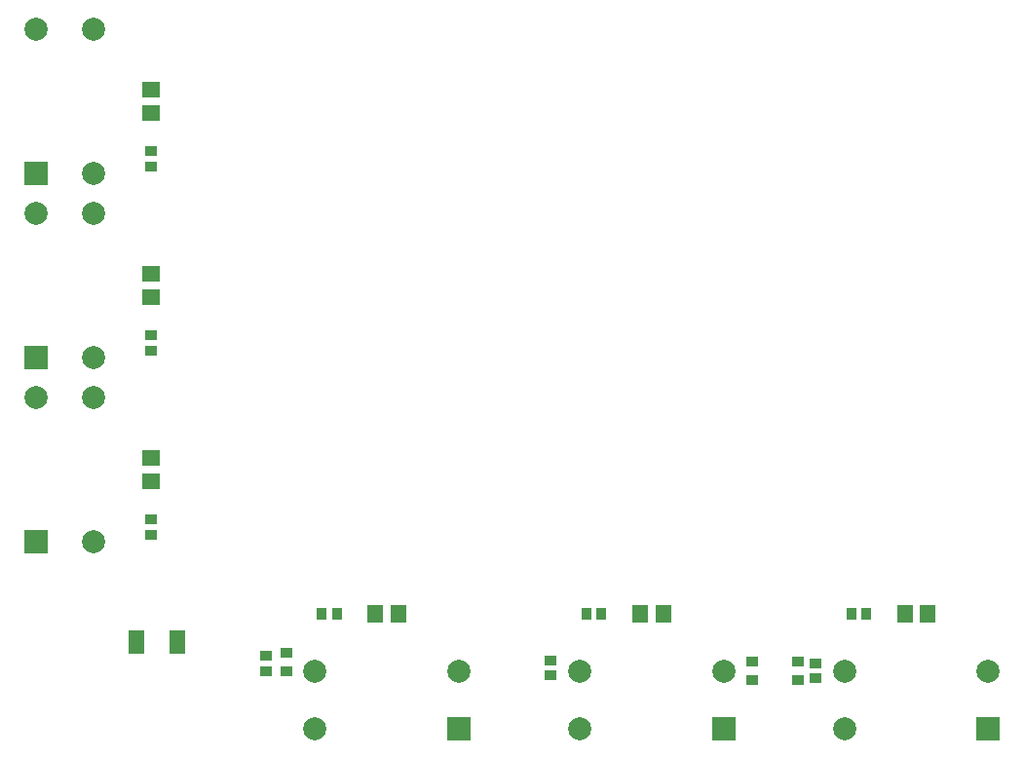
<source format=gts>
G04*
G04 #@! TF.GenerationSoftware,Altium Limited,Altium Designer,23.3.1 (30)*
G04*
G04 Layer_Color=8388736*
%FSLAX44Y44*%
%MOMM*%
G71*
G04*
G04 #@! TF.SameCoordinates,77D199DB-A247-405A-9097-576A226775B8*
G04*
G04*
G04 #@! TF.FilePolarity,Negative*
G04*
G01*
G75*
%ADD18R,1.4500X1.5500*%
%ADD19R,0.8500X1.0000*%
%ADD20R,1.0000X0.8500*%
%ADD21R,1.1000X0.9500*%
%ADD22R,1.4500X2.0500*%
%ADD23R,1.5500X1.4500*%
%ADD24R,2.0000X2.0000*%
%ADD25C,2.0000*%
%ADD26R,2.0000X2.0000*%
D18*
X812500Y137500D02*
D03*
X792500D02*
D03*
X562500D02*
D03*
X582500D02*
D03*
X352500D02*
D03*
X332500D02*
D03*
D19*
X746000D02*
D03*
X759000D02*
D03*
X529000D02*
D03*
X516000D02*
D03*
X286000D02*
D03*
X299000D02*
D03*
D20*
X715000Y81000D02*
D03*
Y94000D02*
D03*
X485000Y83500D02*
D03*
Y96500D02*
D03*
X237500Y87500D02*
D03*
Y100500D02*
D03*
X137500Y219000D02*
D03*
Y206000D02*
D03*
Y379000D02*
D03*
Y366000D02*
D03*
Y539000D02*
D03*
Y526000D02*
D03*
D21*
X700000Y79500D02*
D03*
Y95500D02*
D03*
X660000D02*
D03*
Y79500D02*
D03*
X255000Y103500D02*
D03*
Y87500D02*
D03*
D22*
X160500Y112500D02*
D03*
X124500D02*
D03*
D23*
X137500Y252500D02*
D03*
Y272500D02*
D03*
Y412500D02*
D03*
Y432500D02*
D03*
Y592500D02*
D03*
Y572500D02*
D03*
D24*
X865000Y37500D02*
D03*
X635000D02*
D03*
X405000D02*
D03*
D25*
X865000Y87500D02*
D03*
X740000Y37500D02*
D03*
Y87500D02*
D03*
X635000D02*
D03*
X510000Y37500D02*
D03*
Y87500D02*
D03*
X280000D02*
D03*
Y37500D02*
D03*
X405000Y87500D02*
D03*
X87500Y645000D02*
D03*
X37500D02*
D03*
X87500Y520000D02*
D03*
Y360000D02*
D03*
X37500Y485000D02*
D03*
X87500D02*
D03*
Y200000D02*
D03*
X37500Y325000D02*
D03*
X87500D02*
D03*
D26*
X37500Y520000D02*
D03*
Y360000D02*
D03*
Y200000D02*
D03*
M02*

</source>
